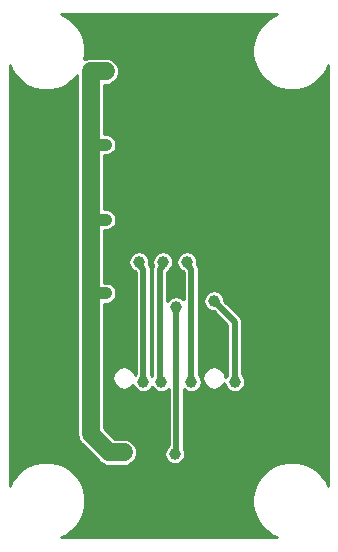
<source format=gbr>
G04 #@! TF.GenerationSoftware,KiCad,Pcbnew,5.1.0-rc2-unknown-036be7d~80~ubuntu16.04.1*
G04 #@! TF.CreationDate,2023-05-22T15:02:47+03:00*
G04 #@! TF.ProjectId,UEXT-P4Q_Rev_A,55455854-2d50-4345-915f-5265765f412e,A*
G04 #@! TF.SameCoordinates,Original*
G04 #@! TF.FileFunction,Copper,L2,Bot*
G04 #@! TF.FilePolarity,Positive*
%FSLAX46Y46*%
G04 Gerber Fmt 4.6, Leading zero omitted, Abs format (unit mm)*
G04 Created by KiCad (PCBNEW 5.1.0-rc2-unknown-036be7d~80~ubuntu16.04.1) date 2023-05-22 15:02:47*
%MOMM*%
%LPD*%
G04 APERTURE LIST*
%ADD10C,1.000000*%
%ADD11C,0.508000*%
%ADD12C,1.016000*%
%ADD13C,1.524000*%
%ADD14C,0.254000*%
G04 APERTURE END LIST*
D10*
X84455000Y-147955000D03*
X84836000Y-158115000D03*
X86487000Y-147955000D03*
X86360000Y-158115000D03*
X87503000Y-164211000D03*
X87630000Y-151765000D03*
X88519000Y-147955000D03*
X88900000Y-158115000D03*
X90805000Y-151257000D03*
X92583000Y-158115000D03*
X78105000Y-156337000D03*
X82804000Y-167132000D03*
X91186000Y-167132000D03*
X86995000Y-170688000D03*
X79756000Y-170688000D03*
X94234000Y-170688000D03*
X83058000Y-151384000D03*
X83058000Y-145034000D03*
X83058000Y-138811000D03*
X83058000Y-132461000D03*
X74930000Y-162560000D03*
X74930000Y-156210000D03*
X74930000Y-149860000D03*
X74930000Y-143510000D03*
X74930000Y-137160000D03*
X99060000Y-135890000D03*
X99060000Y-142240000D03*
X99060000Y-148590000D03*
X99060000Y-154940000D03*
X99060000Y-161290000D03*
X78105000Y-154940000D03*
X86995000Y-127635000D03*
X94361000Y-127635000D03*
X79629000Y-127635000D03*
X81925000Y-164084000D03*
X83185000Y-164084000D03*
X81661000Y-150622000D03*
X80391000Y-150622000D03*
X80391000Y-144399000D03*
X81661000Y-144399000D03*
X80391000Y-138049000D03*
X81661000Y-138049000D03*
X80391000Y-131826000D03*
X81661000Y-131826000D03*
D11*
X84455000Y-148209000D02*
X84455000Y-147955000D01*
X84836000Y-148590000D02*
X84455000Y-148209000D01*
X84836000Y-158115000D02*
X84836000Y-148590000D01*
X86233000Y-148590000D02*
X86487000Y-148336000D01*
X86233000Y-157988000D02*
X86233000Y-148590000D01*
X86487000Y-148336000D02*
X86487000Y-147955000D01*
X86360000Y-158115000D02*
X86233000Y-157988000D01*
X87630000Y-164084000D02*
X87503000Y-164211000D01*
X87630000Y-151765000D02*
X87630000Y-164084000D01*
X88519000Y-148209000D02*
X88519000Y-147955000D01*
X88900000Y-148590000D02*
X88519000Y-148209000D01*
X88900000Y-158115000D02*
X88900000Y-148590000D01*
X92583000Y-153035000D02*
X90805000Y-151257000D01*
X92583000Y-158115000D02*
X92583000Y-153035000D01*
D12*
X78105000Y-156337000D02*
X78105000Y-135763000D01*
D13*
X83185000Y-164084000D02*
X81925000Y-164084000D01*
X80391000Y-162550000D02*
X80391000Y-150622000D01*
X81925000Y-164084000D02*
X80391000Y-162550000D01*
X80391000Y-150622000D02*
X80391000Y-144399000D01*
X80391000Y-138049000D02*
X80391000Y-144399000D01*
X80391000Y-138049000D02*
X80391000Y-131826000D01*
D12*
X80391000Y-150622000D02*
X81661000Y-150622000D01*
X80391000Y-144399000D02*
X81661000Y-144399000D01*
X80391000Y-138049000D02*
X81661000Y-138049000D01*
D13*
X80391000Y-131826000D02*
X81661000Y-131826000D01*
D14*
G36*
X95824075Y-127151651D02*
G01*
X95279161Y-127515750D01*
X94815750Y-127979161D01*
X94451651Y-128524075D01*
X94200855Y-129129550D01*
X94073000Y-129772319D01*
X94073000Y-130427681D01*
X94200855Y-131070450D01*
X94451651Y-131675925D01*
X94815750Y-132220839D01*
X95279161Y-132684250D01*
X95824075Y-133048349D01*
X96429550Y-133299145D01*
X97072319Y-133427000D01*
X97727681Y-133427000D01*
X98370450Y-133299145D01*
X98975925Y-133048349D01*
X99520839Y-132684250D01*
X99984250Y-132220839D01*
X100348349Y-131675925D01*
X100492001Y-131329119D01*
X100492000Y-166970879D01*
X100348349Y-166624075D01*
X99984250Y-166079161D01*
X99520839Y-165615750D01*
X98975925Y-165251651D01*
X98370450Y-165000855D01*
X97727681Y-164873000D01*
X97072319Y-164873000D01*
X96429550Y-165000855D01*
X95824075Y-165251651D01*
X95279161Y-165615750D01*
X94815750Y-166079161D01*
X94451651Y-166624075D01*
X94200855Y-167229550D01*
X94073000Y-167872319D01*
X94073000Y-168527681D01*
X94200855Y-169170450D01*
X94451651Y-169775925D01*
X94815750Y-170320839D01*
X95279161Y-170784250D01*
X95824075Y-171148349D01*
X96170879Y-171292000D01*
X77829121Y-171292000D01*
X78175925Y-171148349D01*
X78720839Y-170784250D01*
X79184250Y-170320839D01*
X79548349Y-169775925D01*
X79799145Y-169170450D01*
X79927000Y-168527681D01*
X79927000Y-167872319D01*
X79799145Y-167229550D01*
X79548349Y-166624075D01*
X79184250Y-166079161D01*
X78720839Y-165615750D01*
X78175925Y-165251651D01*
X77570450Y-165000855D01*
X76927681Y-164873000D01*
X76272319Y-164873000D01*
X75629550Y-165000855D01*
X75024075Y-165251651D01*
X74479161Y-165615750D01*
X74015750Y-166079161D01*
X73651651Y-166624075D01*
X73508000Y-166970879D01*
X73508000Y-131329121D01*
X73651651Y-131675925D01*
X74015750Y-132220839D01*
X74479161Y-132684250D01*
X75024075Y-133048349D01*
X75629550Y-133299145D01*
X76272319Y-133427000D01*
X76927681Y-133427000D01*
X77570450Y-133299145D01*
X78175925Y-133048349D01*
X78720839Y-132684250D01*
X79184250Y-132220839D01*
X79248001Y-132125429D01*
X79248000Y-137992854D01*
X79248000Y-137992855D01*
X79248001Y-144342854D01*
X79248000Y-150678145D01*
X79248001Y-150678155D01*
X79248000Y-162493861D01*
X79242471Y-162550000D01*
X79248000Y-162606139D01*
X79248000Y-162606145D01*
X79264539Y-162774066D01*
X79329897Y-162989522D01*
X79436032Y-163188088D01*
X79578867Y-163362133D01*
X79622482Y-163397927D01*
X81077077Y-164852523D01*
X81112867Y-164896133D01*
X81286911Y-165038968D01*
X81386128Y-165092000D01*
X81485476Y-165145103D01*
X81700932Y-165210461D01*
X81721517Y-165212488D01*
X81868854Y-165227000D01*
X81868861Y-165227000D01*
X81925000Y-165232529D01*
X81981139Y-165227000D01*
X83241146Y-165227000D01*
X83409067Y-165210461D01*
X83624523Y-165145103D01*
X83823089Y-165038968D01*
X83997133Y-164896133D01*
X84139968Y-164722089D01*
X84246103Y-164523523D01*
X84311461Y-164308067D01*
X84333530Y-164084000D01*
X84311461Y-163859933D01*
X84246103Y-163644477D01*
X84139968Y-163445911D01*
X83997133Y-163271867D01*
X83823089Y-163129032D01*
X83624523Y-163022897D01*
X83409067Y-162957539D01*
X83241146Y-162941000D01*
X82398446Y-162941000D01*
X81534000Y-162076555D01*
X81534000Y-157703380D01*
X82209000Y-157703380D01*
X82209000Y-157896620D01*
X82246699Y-158086147D01*
X82320649Y-158264678D01*
X82428007Y-158425351D01*
X82564649Y-158561993D01*
X82725322Y-158669351D01*
X82903853Y-158743301D01*
X83093380Y-158781000D01*
X83286620Y-158781000D01*
X83476147Y-158743301D01*
X83654678Y-158669351D01*
X83815351Y-158561993D01*
X83951993Y-158425351D01*
X83988581Y-158370594D01*
X83988856Y-158371978D01*
X84055268Y-158532310D01*
X84151682Y-158676605D01*
X84274395Y-158799318D01*
X84418690Y-158895732D01*
X84579022Y-158962144D01*
X84749229Y-158996000D01*
X84922771Y-158996000D01*
X85092978Y-158962144D01*
X85253310Y-158895732D01*
X85397605Y-158799318D01*
X85520318Y-158676605D01*
X85598000Y-158560345D01*
X85675682Y-158676605D01*
X85798395Y-158799318D01*
X85942690Y-158895732D01*
X86103022Y-158962144D01*
X86273229Y-158996000D01*
X86446771Y-158996000D01*
X86616978Y-158962144D01*
X86777310Y-158895732D01*
X86921605Y-158799318D01*
X86995001Y-158725922D01*
X86995001Y-163490864D01*
X86941395Y-163526682D01*
X86818682Y-163649395D01*
X86722268Y-163793690D01*
X86655856Y-163954022D01*
X86622000Y-164124229D01*
X86622000Y-164297771D01*
X86655856Y-164467978D01*
X86722268Y-164628310D01*
X86818682Y-164772605D01*
X86941395Y-164895318D01*
X87085690Y-164991732D01*
X87246022Y-165058144D01*
X87416229Y-165092000D01*
X87589771Y-165092000D01*
X87759978Y-165058144D01*
X87920310Y-164991732D01*
X88064605Y-164895318D01*
X88187318Y-164772605D01*
X88283732Y-164628310D01*
X88350144Y-164467978D01*
X88384000Y-164297771D01*
X88384000Y-164124229D01*
X88350144Y-163954022D01*
X88283732Y-163793690D01*
X88265000Y-163765655D01*
X88265000Y-158725923D01*
X88338395Y-158799318D01*
X88482690Y-158895732D01*
X88643022Y-158962144D01*
X88813229Y-158996000D01*
X88986771Y-158996000D01*
X89156978Y-158962144D01*
X89317310Y-158895732D01*
X89461605Y-158799318D01*
X89584318Y-158676605D01*
X89680732Y-158532310D01*
X89747144Y-158371978D01*
X89781000Y-158201771D01*
X89781000Y-158028229D01*
X89747144Y-157858022D01*
X89683089Y-157703380D01*
X89829000Y-157703380D01*
X89829000Y-157896620D01*
X89866699Y-158086147D01*
X89940649Y-158264678D01*
X90048007Y-158425351D01*
X90184649Y-158561993D01*
X90345322Y-158669351D01*
X90523853Y-158743301D01*
X90713380Y-158781000D01*
X90906620Y-158781000D01*
X91096147Y-158743301D01*
X91274678Y-158669351D01*
X91435351Y-158561993D01*
X91571993Y-158425351D01*
X91679351Y-158264678D01*
X91703106Y-158207329D01*
X91735856Y-158371978D01*
X91802268Y-158532310D01*
X91898682Y-158676605D01*
X92021395Y-158799318D01*
X92165690Y-158895732D01*
X92326022Y-158962144D01*
X92496229Y-158996000D01*
X92669771Y-158996000D01*
X92839978Y-158962144D01*
X93000310Y-158895732D01*
X93144605Y-158799318D01*
X93267318Y-158676605D01*
X93363732Y-158532310D01*
X93430144Y-158371978D01*
X93464000Y-158201771D01*
X93464000Y-158028229D01*
X93430144Y-157858022D01*
X93363732Y-157697690D01*
X93267318Y-157553395D01*
X93218000Y-157504077D01*
X93218000Y-153066189D01*
X93221072Y-153035000D01*
X93218000Y-153003808D01*
X93208812Y-152910518D01*
X93172502Y-152790820D01*
X93113538Y-152680506D01*
X93054069Y-152608043D01*
X93054065Y-152608039D01*
X93034185Y-152583815D01*
X93009960Y-152563934D01*
X91686000Y-151239976D01*
X91686000Y-151170229D01*
X91652144Y-151000022D01*
X91585732Y-150839690D01*
X91489318Y-150695395D01*
X91366605Y-150572682D01*
X91222310Y-150476268D01*
X91061978Y-150409856D01*
X90891771Y-150376000D01*
X90718229Y-150376000D01*
X90548022Y-150409856D01*
X90387690Y-150476268D01*
X90243395Y-150572682D01*
X90120682Y-150695395D01*
X90024268Y-150839690D01*
X89957856Y-151000022D01*
X89924000Y-151170229D01*
X89924000Y-151343771D01*
X89957856Y-151513978D01*
X90024268Y-151674310D01*
X90120682Y-151818605D01*
X90243395Y-151941318D01*
X90387690Y-152037732D01*
X90548022Y-152104144D01*
X90718229Y-152138000D01*
X90787976Y-152138000D01*
X91948001Y-153298027D01*
X91948000Y-157504077D01*
X91898682Y-157553395D01*
X91802268Y-157697690D01*
X91791000Y-157724893D01*
X91791000Y-157703380D01*
X91753301Y-157513853D01*
X91679351Y-157335322D01*
X91571993Y-157174649D01*
X91435351Y-157038007D01*
X91274678Y-156930649D01*
X91096147Y-156856699D01*
X90906620Y-156819000D01*
X90713380Y-156819000D01*
X90523853Y-156856699D01*
X90345322Y-156930649D01*
X90184649Y-157038007D01*
X90048007Y-157174649D01*
X89940649Y-157335322D01*
X89866699Y-157513853D01*
X89829000Y-157703380D01*
X89683089Y-157703380D01*
X89680732Y-157697690D01*
X89584318Y-157553395D01*
X89535000Y-157504077D01*
X89535000Y-148621180D01*
X89538071Y-148589999D01*
X89535000Y-148558818D01*
X89535000Y-148558808D01*
X89525812Y-148465518D01*
X89489502Y-148345820D01*
X89433042Y-148240192D01*
X89430537Y-148235505D01*
X89405934Y-148205527D01*
X89374939Y-148167760D01*
X89400000Y-148041771D01*
X89400000Y-147868229D01*
X89366144Y-147698022D01*
X89299732Y-147537690D01*
X89203318Y-147393395D01*
X89080605Y-147270682D01*
X88936310Y-147174268D01*
X88775978Y-147107856D01*
X88605771Y-147074000D01*
X88432229Y-147074000D01*
X88262022Y-147107856D01*
X88101690Y-147174268D01*
X87957395Y-147270682D01*
X87834682Y-147393395D01*
X87738268Y-147537690D01*
X87671856Y-147698022D01*
X87638000Y-147868229D01*
X87638000Y-148041771D01*
X87671856Y-148211978D01*
X87738268Y-148372310D01*
X87834682Y-148516605D01*
X87957395Y-148639318D01*
X88101690Y-148735732D01*
X88180248Y-148768272D01*
X88265001Y-148853025D01*
X88265001Y-151154078D01*
X88191605Y-151080682D01*
X88047310Y-150984268D01*
X87886978Y-150917856D01*
X87716771Y-150884000D01*
X87543229Y-150884000D01*
X87373022Y-150917856D01*
X87212690Y-150984268D01*
X87068395Y-151080682D01*
X86945682Y-151203395D01*
X86868000Y-151319655D01*
X86868000Y-148853024D01*
X86913951Y-148807073D01*
X86938185Y-148787185D01*
X87017537Y-148690494D01*
X87042828Y-148643178D01*
X87048605Y-148639318D01*
X87171318Y-148516605D01*
X87267732Y-148372310D01*
X87334144Y-148211978D01*
X87368000Y-148041771D01*
X87368000Y-147868229D01*
X87334144Y-147698022D01*
X87267732Y-147537690D01*
X87171318Y-147393395D01*
X87048605Y-147270682D01*
X86904310Y-147174268D01*
X86743978Y-147107856D01*
X86573771Y-147074000D01*
X86400229Y-147074000D01*
X86230022Y-147107856D01*
X86069690Y-147174268D01*
X85925395Y-147270682D01*
X85802682Y-147393395D01*
X85706268Y-147537690D01*
X85639856Y-147698022D01*
X85606000Y-147868229D01*
X85606000Y-148041771D01*
X85639856Y-148211978D01*
X85672681Y-148291224D01*
X85643498Y-148345821D01*
X85607189Y-148465519D01*
X85594929Y-148590000D01*
X85598001Y-148621191D01*
X85598000Y-157669655D01*
X85520318Y-157553395D01*
X85471000Y-157504077D01*
X85471000Y-148621180D01*
X85474071Y-148589999D01*
X85471000Y-148558818D01*
X85471000Y-148558808D01*
X85461812Y-148465518D01*
X85425502Y-148345820D01*
X85369042Y-148240192D01*
X85366537Y-148235505D01*
X85341934Y-148205527D01*
X85310939Y-148167760D01*
X85336000Y-148041771D01*
X85336000Y-147868229D01*
X85302144Y-147698022D01*
X85235732Y-147537690D01*
X85139318Y-147393395D01*
X85016605Y-147270682D01*
X84872310Y-147174268D01*
X84711978Y-147107856D01*
X84541771Y-147074000D01*
X84368229Y-147074000D01*
X84198022Y-147107856D01*
X84037690Y-147174268D01*
X83893395Y-147270682D01*
X83770682Y-147393395D01*
X83674268Y-147537690D01*
X83607856Y-147698022D01*
X83574000Y-147868229D01*
X83574000Y-148041771D01*
X83607856Y-148211978D01*
X83674268Y-148372310D01*
X83770682Y-148516605D01*
X83893395Y-148639318D01*
X84037690Y-148735732D01*
X84116248Y-148768272D01*
X84201001Y-148853025D01*
X84201000Y-157504077D01*
X84151682Y-157553395D01*
X84143579Y-157565523D01*
X84133301Y-157513853D01*
X84059351Y-157335322D01*
X83951993Y-157174649D01*
X83815351Y-157038007D01*
X83654678Y-156930649D01*
X83476147Y-156856699D01*
X83286620Y-156819000D01*
X83093380Y-156819000D01*
X82903853Y-156856699D01*
X82725322Y-156930649D01*
X82564649Y-157038007D01*
X82428007Y-157174649D01*
X82320649Y-157335322D01*
X82246699Y-157513853D01*
X82209000Y-157703380D01*
X81534000Y-157703380D01*
X81534000Y-151511000D01*
X81704667Y-151511000D01*
X81835274Y-151498136D01*
X82002851Y-151447303D01*
X82157291Y-151364753D01*
X82292659Y-151253659D01*
X82403753Y-151118291D01*
X82486303Y-150963851D01*
X82537136Y-150796274D01*
X82554301Y-150622000D01*
X82537136Y-150447726D01*
X82486303Y-150280149D01*
X82403753Y-150125709D01*
X82292659Y-149990341D01*
X82157291Y-149879247D01*
X82002851Y-149796697D01*
X81835274Y-149745864D01*
X81704667Y-149733000D01*
X81534000Y-149733000D01*
X81534000Y-145288000D01*
X81704667Y-145288000D01*
X81835274Y-145275136D01*
X82002851Y-145224303D01*
X82157291Y-145141753D01*
X82292659Y-145030659D01*
X82403753Y-144895291D01*
X82486303Y-144740851D01*
X82537136Y-144573274D01*
X82554301Y-144399000D01*
X82537136Y-144224726D01*
X82486303Y-144057149D01*
X82403753Y-143902709D01*
X82292659Y-143767341D01*
X82157291Y-143656247D01*
X82002851Y-143573697D01*
X81835274Y-143522864D01*
X81704667Y-143510000D01*
X81534000Y-143510000D01*
X81534000Y-138938000D01*
X81704667Y-138938000D01*
X81835274Y-138925136D01*
X82002851Y-138874303D01*
X82157291Y-138791753D01*
X82292659Y-138680659D01*
X82403753Y-138545291D01*
X82486303Y-138390851D01*
X82537136Y-138223274D01*
X82554301Y-138049000D01*
X82537136Y-137874726D01*
X82486303Y-137707149D01*
X82403753Y-137552709D01*
X82292659Y-137417341D01*
X82157291Y-137306247D01*
X82002851Y-137223697D01*
X81835274Y-137172864D01*
X81704667Y-137160000D01*
X81534000Y-137160000D01*
X81534000Y-132969000D01*
X81717146Y-132969000D01*
X81885067Y-132952461D01*
X82100523Y-132887103D01*
X82299089Y-132780968D01*
X82473133Y-132638133D01*
X82615968Y-132464089D01*
X82722103Y-132265523D01*
X82787461Y-132050067D01*
X82809530Y-131826000D01*
X82787461Y-131601933D01*
X82722103Y-131386477D01*
X82615968Y-131187911D01*
X82473133Y-131013867D01*
X82299089Y-130871032D01*
X82100523Y-130764897D01*
X81885067Y-130699539D01*
X81717146Y-130683000D01*
X80447146Y-130683000D01*
X80391000Y-130677470D01*
X80334854Y-130683000D01*
X80166933Y-130699539D01*
X79951477Y-130764897D01*
X79849031Y-130819655D01*
X79927000Y-130427681D01*
X79927000Y-129772319D01*
X79799145Y-129129550D01*
X79548349Y-128524075D01*
X79184250Y-127979161D01*
X78720839Y-127515750D01*
X78175925Y-127151651D01*
X77829121Y-127008000D01*
X96170879Y-127008000D01*
X95824075Y-127151651D01*
X95824075Y-127151651D01*
G37*
X95824075Y-127151651D02*
X95279161Y-127515750D01*
X94815750Y-127979161D01*
X94451651Y-128524075D01*
X94200855Y-129129550D01*
X94073000Y-129772319D01*
X94073000Y-130427681D01*
X94200855Y-131070450D01*
X94451651Y-131675925D01*
X94815750Y-132220839D01*
X95279161Y-132684250D01*
X95824075Y-133048349D01*
X96429550Y-133299145D01*
X97072319Y-133427000D01*
X97727681Y-133427000D01*
X98370450Y-133299145D01*
X98975925Y-133048349D01*
X99520839Y-132684250D01*
X99984250Y-132220839D01*
X100348349Y-131675925D01*
X100492001Y-131329119D01*
X100492000Y-166970879D01*
X100348349Y-166624075D01*
X99984250Y-166079161D01*
X99520839Y-165615750D01*
X98975925Y-165251651D01*
X98370450Y-165000855D01*
X97727681Y-164873000D01*
X97072319Y-164873000D01*
X96429550Y-165000855D01*
X95824075Y-165251651D01*
X95279161Y-165615750D01*
X94815750Y-166079161D01*
X94451651Y-166624075D01*
X94200855Y-167229550D01*
X94073000Y-167872319D01*
X94073000Y-168527681D01*
X94200855Y-169170450D01*
X94451651Y-169775925D01*
X94815750Y-170320839D01*
X95279161Y-170784250D01*
X95824075Y-171148349D01*
X96170879Y-171292000D01*
X77829121Y-171292000D01*
X78175925Y-171148349D01*
X78720839Y-170784250D01*
X79184250Y-170320839D01*
X79548349Y-169775925D01*
X79799145Y-169170450D01*
X79927000Y-168527681D01*
X79927000Y-167872319D01*
X79799145Y-167229550D01*
X79548349Y-166624075D01*
X79184250Y-166079161D01*
X78720839Y-165615750D01*
X78175925Y-165251651D01*
X77570450Y-165000855D01*
X76927681Y-164873000D01*
X76272319Y-164873000D01*
X75629550Y-165000855D01*
X75024075Y-165251651D01*
X74479161Y-165615750D01*
X74015750Y-166079161D01*
X73651651Y-166624075D01*
X73508000Y-166970879D01*
X73508000Y-131329121D01*
X73651651Y-131675925D01*
X74015750Y-132220839D01*
X74479161Y-132684250D01*
X75024075Y-133048349D01*
X75629550Y-133299145D01*
X76272319Y-133427000D01*
X76927681Y-133427000D01*
X77570450Y-133299145D01*
X78175925Y-133048349D01*
X78720839Y-132684250D01*
X79184250Y-132220839D01*
X79248001Y-132125429D01*
X79248000Y-137992854D01*
X79248000Y-137992855D01*
X79248001Y-144342854D01*
X79248000Y-150678145D01*
X79248001Y-150678155D01*
X79248000Y-162493861D01*
X79242471Y-162550000D01*
X79248000Y-162606139D01*
X79248000Y-162606145D01*
X79264539Y-162774066D01*
X79329897Y-162989522D01*
X79436032Y-163188088D01*
X79578867Y-163362133D01*
X79622482Y-163397927D01*
X81077077Y-164852523D01*
X81112867Y-164896133D01*
X81286911Y-165038968D01*
X81386128Y-165092000D01*
X81485476Y-165145103D01*
X81700932Y-165210461D01*
X81721517Y-165212488D01*
X81868854Y-165227000D01*
X81868861Y-165227000D01*
X81925000Y-165232529D01*
X81981139Y-165227000D01*
X83241146Y-165227000D01*
X83409067Y-165210461D01*
X83624523Y-165145103D01*
X83823089Y-165038968D01*
X83997133Y-164896133D01*
X84139968Y-164722089D01*
X84246103Y-164523523D01*
X84311461Y-164308067D01*
X84333530Y-164084000D01*
X84311461Y-163859933D01*
X84246103Y-163644477D01*
X84139968Y-163445911D01*
X83997133Y-163271867D01*
X83823089Y-163129032D01*
X83624523Y-163022897D01*
X83409067Y-162957539D01*
X83241146Y-162941000D01*
X82398446Y-162941000D01*
X81534000Y-162076555D01*
X81534000Y-157703380D01*
X82209000Y-157703380D01*
X82209000Y-157896620D01*
X82246699Y-158086147D01*
X82320649Y-158264678D01*
X82428007Y-158425351D01*
X82564649Y-158561993D01*
X82725322Y-158669351D01*
X82903853Y-158743301D01*
X83093380Y-158781000D01*
X83286620Y-158781000D01*
X83476147Y-158743301D01*
X83654678Y-158669351D01*
X83815351Y-158561993D01*
X83951993Y-158425351D01*
X83988581Y-158370594D01*
X83988856Y-158371978D01*
X84055268Y-158532310D01*
X84151682Y-158676605D01*
X84274395Y-158799318D01*
X84418690Y-158895732D01*
X84579022Y-158962144D01*
X84749229Y-158996000D01*
X84922771Y-158996000D01*
X85092978Y-158962144D01*
X85253310Y-158895732D01*
X85397605Y-158799318D01*
X85520318Y-158676605D01*
X85598000Y-158560345D01*
X85675682Y-158676605D01*
X85798395Y-158799318D01*
X85942690Y-158895732D01*
X86103022Y-158962144D01*
X86273229Y-158996000D01*
X86446771Y-158996000D01*
X86616978Y-158962144D01*
X86777310Y-158895732D01*
X86921605Y-158799318D01*
X86995001Y-158725922D01*
X86995001Y-163490864D01*
X86941395Y-163526682D01*
X86818682Y-163649395D01*
X86722268Y-163793690D01*
X86655856Y-163954022D01*
X86622000Y-164124229D01*
X86622000Y-164297771D01*
X86655856Y-164467978D01*
X86722268Y-164628310D01*
X86818682Y-164772605D01*
X86941395Y-164895318D01*
X87085690Y-164991732D01*
X87246022Y-165058144D01*
X87416229Y-165092000D01*
X87589771Y-165092000D01*
X87759978Y-165058144D01*
X87920310Y-164991732D01*
X88064605Y-164895318D01*
X88187318Y-164772605D01*
X88283732Y-164628310D01*
X88350144Y-164467978D01*
X88384000Y-164297771D01*
X88384000Y-164124229D01*
X88350144Y-163954022D01*
X88283732Y-163793690D01*
X88265000Y-163765655D01*
X88265000Y-158725923D01*
X88338395Y-158799318D01*
X88482690Y-158895732D01*
X88643022Y-158962144D01*
X88813229Y-158996000D01*
X88986771Y-158996000D01*
X89156978Y-158962144D01*
X89317310Y-158895732D01*
X89461605Y-158799318D01*
X89584318Y-158676605D01*
X89680732Y-158532310D01*
X89747144Y-158371978D01*
X89781000Y-158201771D01*
X89781000Y-158028229D01*
X89747144Y-157858022D01*
X89683089Y-157703380D01*
X89829000Y-157703380D01*
X89829000Y-157896620D01*
X89866699Y-158086147D01*
X89940649Y-158264678D01*
X90048007Y-158425351D01*
X90184649Y-158561993D01*
X90345322Y-158669351D01*
X90523853Y-158743301D01*
X90713380Y-158781000D01*
X90906620Y-158781000D01*
X91096147Y-158743301D01*
X91274678Y-158669351D01*
X91435351Y-158561993D01*
X91571993Y-158425351D01*
X91679351Y-158264678D01*
X91703106Y-158207329D01*
X91735856Y-158371978D01*
X91802268Y-158532310D01*
X91898682Y-158676605D01*
X92021395Y-158799318D01*
X92165690Y-158895732D01*
X92326022Y-158962144D01*
X92496229Y-158996000D01*
X92669771Y-158996000D01*
X92839978Y-158962144D01*
X93000310Y-158895732D01*
X93144605Y-158799318D01*
X93267318Y-158676605D01*
X93363732Y-158532310D01*
X93430144Y-158371978D01*
X93464000Y-158201771D01*
X93464000Y-158028229D01*
X93430144Y-157858022D01*
X93363732Y-157697690D01*
X93267318Y-157553395D01*
X93218000Y-157504077D01*
X93218000Y-153066189D01*
X93221072Y-153035000D01*
X93218000Y-153003808D01*
X93208812Y-152910518D01*
X93172502Y-152790820D01*
X93113538Y-152680506D01*
X93054069Y-152608043D01*
X93054065Y-152608039D01*
X93034185Y-152583815D01*
X93009960Y-152563934D01*
X91686000Y-151239976D01*
X91686000Y-151170229D01*
X91652144Y-151000022D01*
X91585732Y-150839690D01*
X91489318Y-150695395D01*
X91366605Y-150572682D01*
X91222310Y-150476268D01*
X91061978Y-150409856D01*
X90891771Y-150376000D01*
X90718229Y-150376000D01*
X90548022Y-150409856D01*
X90387690Y-150476268D01*
X90243395Y-150572682D01*
X90120682Y-150695395D01*
X90024268Y-150839690D01*
X89957856Y-151000022D01*
X89924000Y-151170229D01*
X89924000Y-151343771D01*
X89957856Y-151513978D01*
X90024268Y-151674310D01*
X90120682Y-151818605D01*
X90243395Y-151941318D01*
X90387690Y-152037732D01*
X90548022Y-152104144D01*
X90718229Y-152138000D01*
X90787976Y-152138000D01*
X91948001Y-153298027D01*
X91948000Y-157504077D01*
X91898682Y-157553395D01*
X91802268Y-157697690D01*
X91791000Y-157724893D01*
X91791000Y-157703380D01*
X91753301Y-157513853D01*
X91679351Y-157335322D01*
X91571993Y-157174649D01*
X91435351Y-157038007D01*
X91274678Y-156930649D01*
X91096147Y-156856699D01*
X90906620Y-156819000D01*
X90713380Y-156819000D01*
X90523853Y-156856699D01*
X90345322Y-156930649D01*
X90184649Y-157038007D01*
X90048007Y-157174649D01*
X89940649Y-157335322D01*
X89866699Y-157513853D01*
X89829000Y-157703380D01*
X89683089Y-157703380D01*
X89680732Y-157697690D01*
X89584318Y-157553395D01*
X89535000Y-157504077D01*
X89535000Y-148621180D01*
X89538071Y-148589999D01*
X89535000Y-148558818D01*
X89535000Y-148558808D01*
X89525812Y-148465518D01*
X89489502Y-148345820D01*
X89433042Y-148240192D01*
X89430537Y-148235505D01*
X89405934Y-148205527D01*
X89374939Y-148167760D01*
X89400000Y-148041771D01*
X89400000Y-147868229D01*
X89366144Y-147698022D01*
X89299732Y-147537690D01*
X89203318Y-147393395D01*
X89080605Y-147270682D01*
X88936310Y-147174268D01*
X88775978Y-147107856D01*
X88605771Y-147074000D01*
X88432229Y-147074000D01*
X88262022Y-147107856D01*
X88101690Y-147174268D01*
X87957395Y-147270682D01*
X87834682Y-147393395D01*
X87738268Y-147537690D01*
X87671856Y-147698022D01*
X87638000Y-147868229D01*
X87638000Y-148041771D01*
X87671856Y-148211978D01*
X87738268Y-148372310D01*
X87834682Y-148516605D01*
X87957395Y-148639318D01*
X88101690Y-148735732D01*
X88180248Y-148768272D01*
X88265001Y-148853025D01*
X88265001Y-151154078D01*
X88191605Y-151080682D01*
X88047310Y-150984268D01*
X87886978Y-150917856D01*
X87716771Y-150884000D01*
X87543229Y-150884000D01*
X87373022Y-150917856D01*
X87212690Y-150984268D01*
X87068395Y-151080682D01*
X86945682Y-151203395D01*
X86868000Y-151319655D01*
X86868000Y-148853024D01*
X86913951Y-148807073D01*
X86938185Y-148787185D01*
X87017537Y-148690494D01*
X87042828Y-148643178D01*
X87048605Y-148639318D01*
X87171318Y-148516605D01*
X87267732Y-148372310D01*
X87334144Y-148211978D01*
X87368000Y-148041771D01*
X87368000Y-147868229D01*
X87334144Y-147698022D01*
X87267732Y-147537690D01*
X87171318Y-147393395D01*
X87048605Y-147270682D01*
X86904310Y-147174268D01*
X86743978Y-147107856D01*
X86573771Y-147074000D01*
X86400229Y-147074000D01*
X86230022Y-147107856D01*
X86069690Y-147174268D01*
X85925395Y-147270682D01*
X85802682Y-147393395D01*
X85706268Y-147537690D01*
X85639856Y-147698022D01*
X85606000Y-147868229D01*
X85606000Y-148041771D01*
X85639856Y-148211978D01*
X85672681Y-148291224D01*
X85643498Y-148345821D01*
X85607189Y-148465519D01*
X85594929Y-148590000D01*
X85598001Y-148621191D01*
X85598000Y-157669655D01*
X85520318Y-157553395D01*
X85471000Y-157504077D01*
X85471000Y-148621180D01*
X85474071Y-148589999D01*
X85471000Y-148558818D01*
X85471000Y-148558808D01*
X85461812Y-148465518D01*
X85425502Y-148345820D01*
X85369042Y-148240192D01*
X85366537Y-148235505D01*
X85341934Y-148205527D01*
X85310939Y-148167760D01*
X85336000Y-148041771D01*
X85336000Y-147868229D01*
X85302144Y-147698022D01*
X85235732Y-147537690D01*
X85139318Y-147393395D01*
X85016605Y-147270682D01*
X84872310Y-147174268D01*
X84711978Y-147107856D01*
X84541771Y-147074000D01*
X84368229Y-147074000D01*
X84198022Y-147107856D01*
X84037690Y-147174268D01*
X83893395Y-147270682D01*
X83770682Y-147393395D01*
X83674268Y-147537690D01*
X83607856Y-147698022D01*
X83574000Y-147868229D01*
X83574000Y-148041771D01*
X83607856Y-148211978D01*
X83674268Y-148372310D01*
X83770682Y-148516605D01*
X83893395Y-148639318D01*
X84037690Y-148735732D01*
X84116248Y-148768272D01*
X84201001Y-148853025D01*
X84201000Y-157504077D01*
X84151682Y-157553395D01*
X84143579Y-157565523D01*
X84133301Y-157513853D01*
X84059351Y-157335322D01*
X83951993Y-157174649D01*
X83815351Y-157038007D01*
X83654678Y-156930649D01*
X83476147Y-156856699D01*
X83286620Y-156819000D01*
X83093380Y-156819000D01*
X82903853Y-156856699D01*
X82725322Y-156930649D01*
X82564649Y-157038007D01*
X82428007Y-157174649D01*
X82320649Y-157335322D01*
X82246699Y-157513853D01*
X82209000Y-157703380D01*
X81534000Y-157703380D01*
X81534000Y-151511000D01*
X81704667Y-151511000D01*
X81835274Y-151498136D01*
X82002851Y-151447303D01*
X82157291Y-151364753D01*
X82292659Y-151253659D01*
X82403753Y-151118291D01*
X82486303Y-150963851D01*
X82537136Y-150796274D01*
X82554301Y-150622000D01*
X82537136Y-150447726D01*
X82486303Y-150280149D01*
X82403753Y-150125709D01*
X82292659Y-149990341D01*
X82157291Y-149879247D01*
X82002851Y-149796697D01*
X81835274Y-149745864D01*
X81704667Y-149733000D01*
X81534000Y-149733000D01*
X81534000Y-145288000D01*
X81704667Y-145288000D01*
X81835274Y-145275136D01*
X82002851Y-145224303D01*
X82157291Y-145141753D01*
X82292659Y-145030659D01*
X82403753Y-144895291D01*
X82486303Y-144740851D01*
X82537136Y-144573274D01*
X82554301Y-144399000D01*
X82537136Y-144224726D01*
X82486303Y-144057149D01*
X82403753Y-143902709D01*
X82292659Y-143767341D01*
X82157291Y-143656247D01*
X82002851Y-143573697D01*
X81835274Y-143522864D01*
X81704667Y-143510000D01*
X81534000Y-143510000D01*
X81534000Y-138938000D01*
X81704667Y-138938000D01*
X81835274Y-138925136D01*
X82002851Y-138874303D01*
X82157291Y-138791753D01*
X82292659Y-138680659D01*
X82403753Y-138545291D01*
X82486303Y-138390851D01*
X82537136Y-138223274D01*
X82554301Y-138049000D01*
X82537136Y-137874726D01*
X82486303Y-137707149D01*
X82403753Y-137552709D01*
X82292659Y-137417341D01*
X82157291Y-137306247D01*
X82002851Y-137223697D01*
X81835274Y-137172864D01*
X81704667Y-137160000D01*
X81534000Y-137160000D01*
X81534000Y-132969000D01*
X81717146Y-132969000D01*
X81885067Y-132952461D01*
X82100523Y-132887103D01*
X82299089Y-132780968D01*
X82473133Y-132638133D01*
X82615968Y-132464089D01*
X82722103Y-132265523D01*
X82787461Y-132050067D01*
X82809530Y-131826000D01*
X82787461Y-131601933D01*
X82722103Y-131386477D01*
X82615968Y-131187911D01*
X82473133Y-131013867D01*
X82299089Y-130871032D01*
X82100523Y-130764897D01*
X81885067Y-130699539D01*
X81717146Y-130683000D01*
X80447146Y-130683000D01*
X80391000Y-130677470D01*
X80334854Y-130683000D01*
X80166933Y-130699539D01*
X79951477Y-130764897D01*
X79849031Y-130819655D01*
X79927000Y-130427681D01*
X79927000Y-129772319D01*
X79799145Y-129129550D01*
X79548349Y-128524075D01*
X79184250Y-127979161D01*
X78720839Y-127515750D01*
X78175925Y-127151651D01*
X77829121Y-127008000D01*
X96170879Y-127008000D01*
X95824075Y-127151651D01*
M02*

</source>
